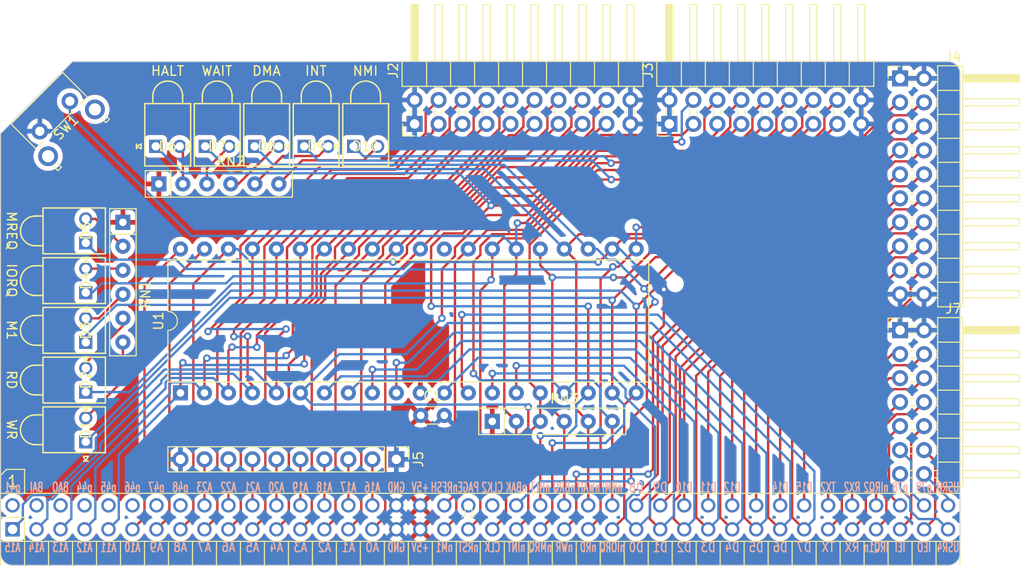
<source format=kicad_pcb>
(kicad_pcb (version 20221018) (generator pcbnew)
  (layers (0 "F.Cu" signal) (1 "In1.Cu" signal "Gnd.Cu") (2 "In2.Cu" signal "Vcc.Cu") (31 "B.Cu" signal) (34 "B.Paste" user) (35 "F.Paste" user) (36 "B.SilkS" user "B.Silkscreen") (37 "F.SilkS" user "F.Silkscreen") (38 "B.Mask" user) (39 "F.Mask" user) (44 "Edge.Cuts" user))
  (net 0 "")
  (net 1 "/USER3")
  (net 2 "/USER7")
  (net 3 "/USER2")
  (net 4 "/USER6")
  (net 5 "/USER1")
  (net 6 "/USER5")
  (net 7 "/D7")
  (net 8 "/D15")
  (net 9 "/D6")
  (net 10 "/D14")
  (net 11 "/D5")
  (net 12 "/D13")
  (net 13 "/D4")
  (net 14 "/D12")
  (net 15 "/D3")
  (net 16 "/D11")
  (net 17 "/D2")
  (net 18 "/D10")
  (net 19 "/D1")
  (net 20 "/D9")
  (net 21 "/D0")
  (net 22 "/D8")
  (net 23 "/~{IORQ}")
  (net 24 "/~{NMI}")
  (net 25 "/~{RD}")
  (net 26 "/~{WAIT}")
  (net 27 "/~{WR}")
  (net 28 "/~{BUSRQ}")
  (net 29 "/~{MREQ}")
  (net 30 "/~{HALT}")
  (net 31 "/~{INT}")
  (net 32 "/~{BUSACK}")
  (net 33 "/~{RESET}")
  (net 34 "/PAGE")
  (net 35 "/~{M1}")
  (net 36 "/~{RFSH}")
  (net 37 "/A0")
  (net 38 "/A16")
  (net 39 "/A1")
  (net 40 "/A17")
  (net 41 "/A2")
  (net 42 "/A18")
  (net 43 "/A3")
  (net 44 "/A19")
  (net 45 "/A4")
  (net 46 "/A20")
  (net 47 "/A5")
  (net 48 "/A21")
  (net 49 "/A6")
  (net 50 "/A22")
  (net 51 "/A7")
  (net 52 "/A23")
  (net 53 "/A8")
  (net 54 "/p48")
  (net 55 "/A9")
  (net 56 "/p47")
  (net 57 "/A10")
  (net 58 "/p46")
  (net 59 "/A11")
  (net 60 "/p45")
  (net 61 "/A12")
  (net 62 "/p44")
  (net 63 "/A13")
  (net 64 "/p43")
  (net 65 "/A14")
  (net 66 "/p42")
  (net 67 "/p41")
  (net 68 "/A15")
  (net 69 "/CLK")
  (net 70 "/CLK2")
  (net 71 "+5V")
  (net 72 "GND")
  (net 73 "Net-(D1-A)")
  (net 74 "Net-(D2-A)")
  (net 75 "Net-(D3-A)")
  (net 76 "Net-(D4-A)")
  (net 77 "Net-(D5-A)")
  (net 78 "Net-(D6-A)")
  (net 79 "Net-(D7-A)")
  (net 80 "Net-(D8-A)")
  (net 81 "Net-(D9-A)")
  (net 82 "Net-(D10-A)")
  (net 83 "/USER4")
  (net 84 "/USER8")
  (net 85 "/TX")
  (net 86 "/RX")
  (net 87 "/TX2")
  (net 88 "/RX2")
  (footprint "Connector_PinHeader_2.54mm:PinHeader_2x10_P2.54mm_Horizontal" (layer "F.Cu") (at 184.15 75.438)
    (fp_text reference "J4")
    (fp_text value "DATA")
  )
  (footprint "Package_DIP:DIP-40_W15.24mm" (layer "F.Cu") (at 107.95 108.745108 90)
    (fp_text reference "U1")
    (fp_text value "Z80CPU")
  )
  (footprint "Custom:LED_WP934CB&slash_GD_KNB" (layer "F.Cu") (at 115.810334 82.637234)
    (fp_text reference "D8")
    (fp_text value "LED")
  )
  (footprint "Connector_PinHeader_2.54mm:PinHeader_2x09_P2.54mm_Horizontal" (layer "F.Cu") (at 159.72071 80.264 90)
    (fp_text reference "J3")
    (fp_text value "CTRL")
  )
  (footprint "Button_Switch_THT:SW_Tactile_SPST_Angled_PTS645Vx31-2LFS" (layer "F.Cu") (at 93.057969 81.035305 45)
    (fp_text reference "SW1")
    (fp_text value "RESET")
  )
  (footprint "Custom:LED_WP934CB&slash_GD_KNB" (layer "F.Cu") (at 110.571384 82.637234)
    (fp_text reference "D7")
    (fp_text value "LED")
  )
  (footprint "Custom:RCBus-80" (layer "F.Cu") (at 138.43 121.92)
    (fp_text reference "J1")
    (fp_text value "RCBus-80")
  )
  (footprint "Connector_PinHeader_2.54mm:PinHeader_1x10_P2.54mm_Vertical" (layer "F.Cu") (at 130.81 115.776216 -90)
    (fp_text reference "J5")
    (fp_text value "A16_A23")
  )
  (footprint "Resistor_THT:R_Array_SIP6" (layer "F.Cu") (at 105.664 86.614)
    (fp_text reference "RN2")
    (fp_text value "1K")
  )
  (footprint "Custom:LED_WP934CB&slash_GD_KNB" (layer "F.Cu") (at 97.922801 103.3893 90)
    (fp_text reference "D3")
    (fp_text value "LED")
  )
  (footprint "Connector_PinHeader_2.54mm:PinHeader_2x07_P2.54mm_Horizontal" (layer "F.Cu") (at 184.15 102.103)
    (fp_text reference "J7")
    (fp_text value "USER")
  )
  (footprint "Custom:LED_WP934CB&slash_GD_KNB" (layer "F.Cu") (at 105.332434 82.637234)
    (fp_text reference "D6")
    (fp_text value "LED")
  )
  (footprint "Custom:LED_WP934CB&slash_GD_KNB" (layer "F.Cu") (at 97.922801 98.12445 90)
    (fp_text reference "D4")
    (fp_text value "LED")
  )
  (footprint "Resistor_THT:R_Array_SIP6" (layer "F.Cu") (at 101.854 90.678 -90)
    (fp_text reference "RN1")
    (fp_text value "1K")
  )
  (footprint "Custom:LED_WP934CB&slash_GD_KNB" (layer "F.Cu") (at 97.922801 113.919 90)
    (fp_text reference "D1")
    (fp_text value "LED")
  )
  (footprint "Resistor_THT:R_Array_SIP6" (layer "F.Cu") (at 140.97 111.76)
    (fp_text reference "RN3")
    (fp_text value "10K")
  )
  (footprint "Capacitor_THT:C_Disc_D3.0mm_W1.6mm_P2.50mm" (layer "F.Cu") (at 133.39 111.125)
    (fp_text reference "C1")
    (fp_text value "0.1uf")
  )
  (footprint "Custom:LED_WP934CB&slash_GD_KNB" (layer "F.Cu") (at 121.049284 82.637234)
    (fp_text reference "D9")
    (fp_text value "LED")
  )
  (footprint "Connector_PinHeader_2.54mm:PinHeader_2x10_P2.54mm_Horizontal" (layer "F.Cu") (at 132.741422 80.264 90)
    (fp_text reference "J2")
    (fp_text value "ADDR")
  )
  (footprint "Custom:LED_WP934CB&slash_GD_KNB" (layer "F.Cu") (at 97.922801 108.65415 90)
    (fp_text reference "D2")
    (fp_text value "LED")
  )
  (footprint "Custom:LED_WP934CB&slash_GD_KNB" (layer "F.Cu") (at 97.922801 92.8596 90)
    (fp_text reference "D5")
    (fp_text value "LED")
  )
  (footprint "Custom:LED_WP934CB&slash_GD_KNB" (layer "F.Cu") (at 126.288234 82.637234)
    (fp_text reference "D10")
    (fp_text value "LED")
  )
  (gr_arc (start 190.5 125.73) (mid 190.128026 126.628026) (end 189.23 127) (stroke (width 0.1)) (layer "Edge.Cuts"))
  (gr_line (start 88.9 125.73) (end 88.9 81.28) (stroke (width 0.1)) (layer "Edge.Cuts"))
  (gr_line (start 190.5 74.93) (end 190.5 125.73) (stroke (width 0.1)) (layer "Edge.Cuts"))
  (gr_arc (start 90.17 127) (mid 89.271974 126.628026) (end 88.9 125.73) (stroke (width 0.1)) (layer "Edge.Cuts"))
  (gr_line (start 96.52 73.66) (end 88.9 81.28) (stroke (width 0.1)) (layer "Edge.Cuts"))
  (gr_arc (start 189.23 73.66) (mid 190.128026 74.031974) (end 190.5 74.93) (stroke (width 0.1)) (layer "Edge.Cuts"))
  (gr_line (start 189.23 73.66) (end 96.52 73.66) (stroke (width 0.1)) (layer "Edge.Cuts"))
  (gr_line (start 189.23 127) (end 90.17 127) (stroke (width 0.1)) (layer "Edge.Cuts"))
  (gr_text "IORQ" (at 89.485155 94.943736 -90) (layer "F.SilkS") (effects (font (size 1 1)) (justify left bottom)))
  (gr_text "HALT" (at 104.739339 75.233167) (layer "F.SilkS") (effects (font (size 1 1)) (justify left bottom)))
  (gr_text "M1" (at 89.485155 100.946681 -90) (layer "F.SilkS") (effects (font (size 1 1)) (justify left bottom)))
  (gr_text "MREQ" (at 89.485155 89.416981 -90) (layer "F.SilkS") (effects (font (size 1 1)) (justify left bottom)))
  (gr_text "WAIT" (at 110.097337 75.233167) (layer "F.SilkS") (effects (font (size 1 1)) (justify left bottom)))
  (gr_text "RD" (at 89.485155 106.25915 -90) (layer "F.SilkS") (effects (font (size 1 1)) (justify left bottom)))
  (gr_text "WR" (at 89.485155 111.452572 -90) (layer "F.SilkS") (effects (font (size 1 1)) (justify left bottom)))
  (gr_text "NMI" (at 126.099901 75.233167) (layer "F.SilkS") (effects (font (size 1 1)) (justify left bottom)))
  (gr_text "DMA" (at 115.455334 75.233167) (layer "F.SilkS") (effects (font (size 1 1)) (justify left bottom)))
  (gr_text "INT" (at 121.051427 75.233167) (layer "F.SilkS") (effects (font (size 1 1)) (justify left bottom)))
  (segment (start 187.865 122.015) (end 187.865 115.978) (width 0.25) (layer "F.Cu") (net 1))
  (segment (start 187.865 115.978) (end 186.69 114.803) (width 0.25) (layer "F.Cu") (net 1))
  (segment (start 186.69 123.19) (end 187.865 122.015) (width 0.25) (layer "F.Cu") (net 1))
  (segment (start 185.325 115.978) (end 184.15 114.803) (width 0.25) (layer "B.Cu") (net 2))
  (segment (start 185.325 119.285) (end 185.325 115.978) (width 0.25) (layer "B.Cu") (net 2))
  (segment (start 186.69 120.65) (end 185.325 119.285) (width 0.25) (layer "B.Cu") (net 2))
  (segment (start 185.325 113.628) (end 185.325 122.015) (width 0.25) (layer "F.Cu") (net 3))
  (segment (start 186.69 112.263) (end 185.325 113.628) (width 0.25) (layer "F.Cu") (net 3))
  (segment (start 185.325 122.015) (end 184.15 123.19) (width 0.25) (layer "F.Cu") (net 3))
  (segment (start 182.975 113.438) (end 184.15 112.263) (width 0.25) (layer "F.Cu") (net 4))
  (segment (start 184.15 120.65) (end 182.975 119.475) (width 0.25) (layer "F.Cu") (net 4))
  (segment (start 182.975 119.475) (end 182.975 113.438) (width 0.25) (layer "F.Cu") (net 4))
  (segment (start 182.525 112.227946) (end 183.754946 110.998) (width 0.25) (layer "F.Cu") (net 5))
  (segment (start 181.61 123.19) (end 182.697 122.103) (width 0.25) (layer "F.Cu") (net 5))
  (segment (start 185.415 110.998) (end 186.69 109.723) (width 0.25) (layer "F.Cu") (net 5))
  (segment (start 183.754946 110.998) (end 185.415 110.998) (width 0.25) (layer "F.Cu") (net 5))
  (segment (start 182.697 122.103) (end 182.697 119.959) (width 0.25) (layer "F.Cu") (net 5))
  (segment (start 182.697 119.959) (end 182.525 119.787) (width 0.25) (layer "F.Cu") (net 5))
  (segment (start 182.525 119.787) (end 182.525 112.227946) (width 0.25) (layer "F.Cu") (net 5))
  (segment (start 181.61 112.263) (end 184.15 109.723) (width 0.25) (layer "F.Cu") (net 6))
  (segment (start 181.61 120.65) (end 181.61 112.263) (width 0.25) (layer "F.Cu") (net 6))
  (segment (start 172.72 121.92) (end 172.72 106.934) (width 0.25) (layer "F.Cu") (net 7))
  (segment (start 172.72 106.934) (end 183.896 95.758) (width 0.25) (layer "F.Cu") (net 7))
  (segment (start 173.99 123.19) (end 172.72 121.92) (width 0.25) (layer "F.Cu") (net 7))
  (segment (start 137.74 108.055108) (end 137.74 100.457) (width 0.25) (layer "F.Cu") (net 7))
  (segment (start 138.43 108.745108) (end 137.74 108.055108) (width 0.25) (layer "F.Cu") (net 7))
  (via (at 137.74 100.457) (size 0.8) (drill 0.4) (layers "F.Cu" "B.Cu") (net 7))
  (segment (start 173.99 123.19) (end 175.077 122.103) (width 0.25) (layer "B.Cu") (net 7))
  (segment (start 158.496 100.457) (end 137.74 100.457) (width 0.25) (layer "B.Cu") (net 7))
  (segment (start 175.077 117.038) (end 158.496 100.457) (width 0.25) (layer "B.Cu") (net 7))
  (segment (start 175.077 122.103) (end 175.077 117.038) (width 0.25) (layer "B.Cu") (net 7))
  (segment (start 173.99 110.054054) (end 185.261 98.783054) (width 0.25) (layer "F.Cu") (net 8))
  (segment (start 185.261 98.783054) (end 185.261 96.933) (width 0.25) (layer "F.Cu") (net 8))
  (segment (start 173.99 120.65) (end 173.99 110.054054) (width 0.25) (layer "F.Cu") (net 8))
  (segment (start 185.261 96.933) (end 186.436 95.758) (width 0.25) (layer "F.Cu") (net 8))
  (segment (start 170.18 121.92) (end 170.18 106.934) (width 0.25) (layer "F.Cu") (net 9))
  (segment (start 171.45 123.19) (end 170.18 121.92) (width 0.25) (layer "F.Cu") (net 9))
  (segment (start 170.18 106.934) (end 183.896 93.218) (width 0.25) (layer "F.Cu") (net 9))
  (segment (start 130.81 105.543) (end 130.81 108.745108) (width 0.25) (layer "F.Cu") (net 9))
  (via (at 130.81 105.543) (size 0.8) (drill 0.4) (layers "F.Cu" "B.Cu") (net 9))
  (segment (start 130.81 105.543) (end 132.074 105.543) (width 0.25) (layer "B.Cu") (net 9))
  (segment (start 157.861 101.346) (end 172.537 116.022) (width 0.25) (layer "B.Cu") (net 9))
  (segment (start 172.537 116.022) (end 172.537 122.103) (width 0.25) (layer "B.Cu") (net 9))
  (segment (start 172.537 122.103) (end 171.45 123.19) (width 0.25) (layer "B.Cu") (net 9))
  (segment (start 132.074 105.543) (end 136.271 101.346) (width 0.25) (layer "B.Cu") (net 9))
  (segment (start 136.271 101.346) (end 157.861 101.346) (width 0.25) (layer "B.Cu") (net 9))
  (segment (start 185.265656 94.388344) (end 186.436 93.218) (width 0.25) (layer "F.Cu") (net 10))
  (segment (start 171.45 106.543946) (end 183.605602 94.388344) (width 0.25) (layer "F.Cu") (net 10))
  (segment (start 183.605602 94.388344) (end 185.265656 94.388344) (width 0.25) (layer "F.Cu") (net 10))
  (segment (start 171.45 120.65) (end 171.45 106.543946) (width 0.25) (layer "F.Cu") (net 10))
  (segment (start 168.91 123.19) (end 167.64 121.92) (width 0.25) (layer "F.Cu") (net 11))
  (segment (start 167.64 121.92) (end 167.64 106.934) (width 0.25) (layer "F.Cu") (net 11))
  (segment (start 128.27 106.2675) (end 128.27 108.745108) (width 0.25) (layer "F.Cu") (net 11))
  (segment (start 167.64 106.934) (end 183.896 90.678) (width 0.25) (layer "F.Cu") (net 11))
  (via (at 128.27 106.2675) (size 0.8) (drill 0.4) (layers "F.Cu" "B.Cu") (net 11))
  (segment (start 169.997 122.103) (end 168.91 123.19) (width 0.25) (layer "B.Cu") (net 11))
  (segment (start 169.997 115.133) (end 169.997 122.103) (width 0.25) (layer "B.Cu") (net 11))
  (segment (start 136.906 102.362) (end 157.226 102.362) (width 0.25) (layer "B.Cu") (net 11))
  (segment (start 157.226 102.362) (end 169.997 115.133) (width 0.25) (layer "B.Cu") (net 11))
  (segment (start 128.27 106.2675) (end 133.0005 106.2675) (width 0.25) (layer "B.Cu") (net 11))
  (segment (start 133.0005 106.2675) (end 136.906 102.362) (width 0.25) (layer "B.Cu") (net 11))
  (segment (start 168.91 120.65) (end 168.91 106.426) (width 0.25) (layer "F.Cu") (net 12))
  (segment (start 185.265656 91.848344) (end 186.436 90.678) (width 0.25) (layer "F.Cu") (net 12))
  (segment (start 183.487656 91.848344) (end 185.265656 91.848344) (width 0.25) (layer "F.Cu") (net 12))
  (segment (start 168.91 106.426) (end 183.487656 91.848344) (width 0.25) (layer "F.Cu") (net 12))
  (segment (start 165.1 121.92) (end 165.1 106.934) (width 0.25) (layer "F.Cu") (net 13))
  (segment (start 165.1 106.934) (end 183.896 88.138) (width 0.25) (layer "F.Cu") (net 13))
  (segment (start 166.37 123.19) (end 165.1 121.92) (width 0.25) (layer "F.Cu") (net 13))
  (segment (start 133.9905 106.992) (end 124.943108 106.992) (width 0.25) (layer "B.Cu") (net 13))
  (segment (start 156.591 103.251) (end 137.7315 103.251) (width 0.25) (layer "B.Cu") (net 13))
  (segment (start 167.457 114.117) (end 156.591 103.251) (width 0.25) (layer "B.Cu") (net 13))
  (segment (start 167.457 122.103) (end 167.457 114.117) (width 0.25) (layer "B.Cu") (net 13))
  (segment (start 124.943108 106.992) (end 123.19 108.745108) (width 0.25) (layer "B.Cu") (net 13))
  (segment (start 166.37 123.19) (end 167.457 122.103) (width 0.25) (layer "B.Cu") (net 13))
  (segment (start 137.7315 103.251) (end 133.9905 106.992) (width 0.25) (layer "B.Cu") (net 13))
  (segment (start 185.265656 89.308344) (end 186.436 88.138) (width 0.25) (layer "F.Cu") (net 14))
  (segment (start 183.605602 89.308344) (end 185.265656 89.308344) (width 0.25) (layer "F.Cu") (net 14))
  (segment (start 166.37 120.65) (end 166.37 106.543946) (width 0.25) (layer "F.Cu") (net 14))
  (segment (start 166.37 106.543946) (end 183.605602 89.308344) (width 0.25) (layer "F.Cu") (net 14))
  (segment (start 162.56 121.92) (end 162.56 106.934) (width 0.25) (layer "F.Cu") (net 15))
  (segment (start 163.83 123.19) (end 162.56 121.92) (width 0.25) (layer "F.Cu") (net 15))
  (segment (start 162.56 106.934) (end 183.896 85.598) (width 0.25) (layer "F.Cu") (net 15))
  (segment (start 156.083 104.14) (end 138.557 104.14) (width 0.25) (layer "B.Cu") (net 15))
  (segment (start 138.557 104.14) (end 135.255 107.442) (width 0.25) (layer "B.Cu") (net 15))
  (segment (start 127.033108 107.442) (end 125.73 108.745108) (width 0.25) (layer "B.Cu") (net 15))
  (segment (start 163.83 123.19) (end 164.917 122.103) (width 0.25) (layer "B.Cu") (net 15))
  (segment (start 164.917 112.974) (end 156.083 104.14) (width 0.25) (layer "B.Cu") (net 15))
  (segment (start 164.917 122.103) (end 164.917 112.974) (width 0.25) (layer "B.Cu") (net 15))
  (segment (start 135.255 107.442) (end 127.033108 107.442) (width 0.25) (layer "B.Cu") (net 15))
  (segment (start 183.505946 86.868) (end 185.166 86.868) (width 0.25) (layer "F.Cu") (net 16))
  (segment (start 185.166 86.868) (end 186.436 85.598) (width 0.25) (layer "F.Cu") (net 16))
  (segment (start 163.83 120.65) (end 163.83 106.543946) (width 0.25) (layer "F.Cu") (net 16))
  (segment (start 163.83 106.543946) (end 183.505946 86.868) (width 0.25) (layer "F.Cu") (net 16))
  (segment (start 160.84 106.114) (end 183.896 83.058) (width 0.25) (layer "F.Cu") (net 17))
  (segment (start 160.84 119.569526) (end 160.84 106.114) (width 0.25) (layer "F.Cu") (net 17))
  (segment (start 160.203 122.103) (end 160.203 120.206526) (width 0.25) (layer "F.Cu") (net 17))
  (segment (start 160.203 120.206526) (end 160.84 119.569526) (width 0.25) (layer "F.Cu") (net 17))
  (segment (start 161.29 123.19) (end 160.203 122.103) (width 0.25) (layer "F.Cu") (net 17))
  (segment (start 139.446 105.029) (end 135.89 108.585) (width 0.25) (layer "B.Cu") (net 17))
  (segment (start 161.29 123.19) (end 162.377 122.103) (width 0.25) (layer "B.Cu") (net 17))
  (segment (start 162.377 122.103) (end 162.377 111.831) (width 0.25) (layer "B.Cu") (net 17))
  (segment (start 155.575 105.029) (end 139.446 105.029) (width 0.25) (layer "B.Cu") (net 17))
  (segment (start 162.377 111.831) (end 155.575 105.029) (width 0.25) (layer "B.Cu") (net 17))
  (segment (start 135.89 108.585) (end 135.89 108.745108) (width 0.25) (layer "B.Cu") (net 17))
  (segment (start 183.605602 84.228344) (end 185.265656 84.228344) (width 0.25) (layer "F.Cu") (net 18))
  (segment (start 161.29 120.65) (end 161.29 106.543946) (width 0.25) (layer "F.Cu") (net 18))
  (segment (start 161.29 106.543946) (end 183.605602 84.228344) (width 0.25) (layer "F.Cu") (net 18))
  (segment (start 185.265656 84.228344) (end 186.436 83.058) (width 0.25) (layer "F.Cu") (net 18))
  (segment (start 159.766 104.648) (end 183.896 80.518) (width 0.25) (layer "F.Cu") (net 19))
  (segment (start 158.75 123.19) (end 157.663 122.103) (width 0.25) (layer "F.Cu") (net 19))
  (segment (start 157.663 122.103) (end 157.663 120.206526) (width 0.25) (layer "F.Cu") (net 19))
  (segment (start 143.51 105.863732) (end 143.51 108.745108) (width 0.25) (layer "F.Cu") (net 19))
  (segment (start 157.663 120.206526) (end 159.766 118.103526) (width 0.25) (layer "F.Cu") (net 19))
  (segment (start 159.766 118.103526) (end 159.766 104.648) (width 0.25) (layer "F.Cu") (net 19))
  (via (at 143.51 105.863732) (size 0.8) (drill 0.4) (layers "F.Cu" "B.Cu") (net 19))
  (segment (start 160.203 111.15423) (end 160.203 121.737) (width 0.25) (layer "B.Cu") (net 19))
  (segment (start 154.912502 105.863732) (end 160.203 111.15423) (width 0.25) (layer "B.Cu") (net 19))
  (segment (start 160.203 121.737) (end 158.75 123.19) (width 0.25) (layer "B.Cu") (net 19))
  (segment (start 143.51 105.863732) (end 154.912502 105.863732) (width 0.25) (layer "B.Cu") (net 19))
  (segment (start 158.75 120.65) (end 160.39 119.01) (width 0.25) (layer "F.Cu") (net 20))
  (segment (start 160.39 119.01) (end 160.39 104.903946) (width 0.25) (layer "F.Cu") (net 20))
  (segment (start 160.39 104.903946) (end 183.40629 81.887656) (width 0.25) (layer "F.Cu") (net 20))
  (segment (start 183.40629 81.887656) (end 185.066344 81.887656) (width 0.25) (layer "F.Cu") (net 20))
  (segment (start 185.066344 81.887656) (end 186.436 80.518) (width 0.25) (layer "F.Cu") (net 20))
  (segment (start 140.97 106.68) (end 140.97 108.745108) (width 0.25) (layer "F.Cu") (net 21))
  (segment (start 156.545832 119.293022) (end 156.283804 119.293022) (width 0.25) (layer "F.Cu") (net 21))
  (segment (start 158.496 117.342854) (end 156.545832 119.293022) (width 0.25) (layer "F.Cu") (net 21))
  (segment (start 183.896 77.978) (end 158.496 103.378) (width 0.25) (layer "F.Cu") (net 21))
  (segment (start 158.496 103.378) (end 158.496 117.342854) (width 0.25) (layer "F.Cu") (net 21))
  (via (at 140.97 106.68) (size 0.8) (drill 0.4) (layers "F.Cu" "B.Cu") (net 21))
  (via (at 156.283804 119.293022) (size 0.8) (drill 0.4) (layers "F.Cu" "B.Cu") (net 21))
  (segment (start 156.21 123.19) (end 157.663 121.737) (width 0.25) (layer "B.Cu") (net 21))
  (segment (start 156.21 123.19) (end 155.123 122.103) (width 0.25) (layer "B.Cu") (net 21))
  (segment (start 158.190549 117.648305) (end 158.190549 112.309535) (width 0.25) (layer "B.Cu") (net 21))
  (segment (start 153.416 106.68) (end 140.97 106.68) (width 0.25) (layer "B.Cu") (net 21))
  (segment (start 155.085 108.349) (end 153.416 106.68) (width 0.25) (layer "B.Cu") (net 21))
  (segment (start 155.085 109.203986) (end 155.085 108.349) (width 0.25) (layer "B.Cu") (net 21))
  (segment (start 155.123 122.103) (end 155.123 120.206526) (width 0.25) (layer "B.Cu") (net 21))
  (segment (start 157.663 121.737) (end 157.663 118.175854) (width 0.25) (layer "B.Cu") (net 21))
  (segment (start 157.663 118.175854) (end 158.190549 117.648305) (width 0.25) (layer "B.Cu") (net 21))
  (segment (start 156.036504 119.293022) (end 156.283804 119.293022) (width 0.25) (layer "B.Cu") (net 21))
  (segment (start 155.123 120.206526) (end 156.036504 119.293022) (width 0.25) (layer "B.Cu") (net 21))
  (segment (start 158.190549 112.309535) (end 155.085 109.203986) (width 0.25) (layer "B.Cu") (net 21))
  (segment (start 159.004 103.749946) (end 159.004 117.856) (width 0.25) (layer "F.Cu") (net 22))
  (segment (start 183.40629 79.347656) (end 159.004 103.749946) (width 0.25) (layer "F.Cu") (net 22))
  (segment (start 185.066344 79.347656) (end 183.40629 79.347656) (width 0.25) (layer "F.Cu") (net 22))
  (segment (start 186.436 77.978) (end 185.066344 79.347656) (width 0.25) (layer "F.Cu") (net 22))
  (segment (start 159.004 117.856) (end 156.21 120.65) (width 0.25) (layer "F.Cu") (net 22))
  (segment (start 156.21 108.745108) (end 154.94 110.015108) (width 0.25) (layer "F.Cu") (net 23))
  (segment (start 177.50071 80.264) (end 162.38771 95.377) (width 0.25) (layer "F.Cu") (net 23))
  (segment (start 162.38771 95.377) (end 160.518669 95.377) (width 0.25) (layer "F.Cu") (net 23))
  (segment (start 156.21 108.745108) (end 156.21 99.56801) (width 0.25) (layer "F.Cu") (net 23))
  (segment (start 156.21 99.56801) (end 156.20999 99.568) (width 0.25) (layer "F.Cu") (net 23))
  (segment (start 154.94 121.92) (end 153.67 123.19) (width 0.25) (layer "F.Cu") (net 23))
  (segment (start 160.518669 95.377) (end 156.327669 99.568) (width 0.25) (layer "F.Cu") (net 23))
  (segment (start 156.327669 99.568) (end 156.20999 99.568) (width 0.25) (layer "F.Cu") (net 23))
  (segment (start 154.94 110.015108) (end 154.94 121.92) (width 0.25) (layer "F.Cu") (net 23))
  (via (at 156.20999 99.568) (size 0.8) (drill 0.4) (layers "F.Cu" "B.Cu") (net 23))
  (segment (start 97.922801 108.65415) (end 102.551255 108.65415) (width 0.25) (layer "B.Cu") (net 23))
  (segment (start 102.551255 108.65415) (end 113.288405 97.917) (width 0.25) (layer "B.Cu") (net 23))
  (segment (start 154.55899 97.917) (end 156.20999 99.568) (width 0.25) (layer "B.Cu") (net 23))
  (segment (start 113.288405 97.917) (end 154.55899 97.917) (width 0.25) (layer "B.Cu") (net 23))
  (segment (start 153.633008 84.328) (end 153.543008 84.418) (width 0.25) (layer "F.Cu") (net 24))
  (segment (start 162.433 84.328) (end 153.633008 84.328) (width 0.25) (layer "F.Cu") (net 24))
  (segment (start 139.715856 93.175374) (end 140.961122 91.930108) (width 0.25) (layer "F.Cu") (net 24))
  (segment (start 138.9755 106.683614) (end 138.9755 94.863212) (width 0.25) (layer "F.Cu") (net 24))
  (segment (start 139.715856 94.122856) (end 139.715856 93.175374) (width 0.25) (layer "F.Cu") (net 24))
  (segment (start 167.34071 77.724) (end 166.16571 78.899) (width 0.25) (layer "F.Cu") (net 24))
  (segment (start 144.577294 91.930108) (end 152.089402 84.418) (width 0.25) (layer "F.Cu") (net 24))
  (segment (start 166.16571 80.59529) (end 162.433 84.328) (width 0.25) (layer "F.Cu") (net 24))
  (segment (start 138.9755 94.863212) (end 139.715856 94.122856) (width 0.25) (layer "F.Cu") (net 24))
  (segment (start 153.67 111.76) (end 153.67 120.65) (width 0.25) (layer "F.Cu") (net 24))
  (segment (start 152.089402 84.418) (end 153.543008 84.418) (width 0.25) (layer "F.Cu") (net 24))
  (segment (start 166.16571 78.899) (end 166.16571 80.59529) (width 0.25) (layer "F.Cu") (net 24))
  (segment (start 140.961122 91.930108) (end 144.577294 91.930108) (width 0.25) (layer "F.Cu") (net 24))
  (via (at 153.543008 84.418) (size 0.8) (drill 0.4) (layers "F.Cu" "B.Cu") (net 24))
  (via (at 138.9755 106.683614) (size 0.8) (drill 0.4) (layers "F.Cu" "B.Cu") (net 24))
  (segment (start 126.288234 82.637234) (end 127.34 83.689) (width 0.25) (layer "B.Cu") (net 24))
  (segment (start 152.814008 83.689) (end 153.543008 84.418) (width 0.25) (layer "B.Cu") (net 24))
  (segment (start 147.249892 107.405) (end 139.696886 107.405) (width 0.25) (layer "B.Cu") (net 24))
  (segment (start 152.4 110.49) (end 153.67 111.76) (width 0.25) (layer "B.Cu") (net 24))
  (segment (start 127.34 83.689) (end 152.814008 83.689) (width 0.25) (layer "B.Cu") (net 24))
  (segment (start 152.4 108.204) (end 152.4 110.49) (width 0.25) (layer "B.Cu") (net 24))
  (segment (start 149.893108 107.442) (end 151.638 107.442) (width 0.25) (layer "B.Cu") (net 24))
  (segment (start 148.59 108.745108) (end 149.893108 107.442) (width 0.25) (layer "B.Cu") (net 24))
  (segment (start 139.696886 107.405) (end 138.9755 106.683614) (width 0.25) (layer "B.Cu") (net 24))
  (segment (start 151.638 107.442) (end 152.4 108.204) (width 0.25) (layer "B.Cu") (net 24))
  (segment (start 148.59 108.745108) (end 147.249892 107.405) (width 0.25) (layer "B.Cu") (net 24))
  (segment (start 152.437 121.883) (end 152.437 96.701041) (width 0.25) (layer "F.Cu") (net 25))
  (segment (start 156.21 93.505108) (end 154.320685 95.394423) (width 0.25) (layer "F.Cu") (net 25))
  (segment (start 152.437 96.701041) (end 153.743618 95.394423) (width 0.25) (layer "F.Cu") (net 25))
  (segment (start 154.320685 95.394423) (end 153.743618 95.394423) (width 0.25) (layer "F.Cu") (net 25))
  (segment (start 151.13 123.19) (end 152.437 121.883) (width 0.25) (layer "F.Cu") (net 25))
  (segment (start 169.88071 80.264) (end 158.939602 91.205108) (width 0.25) (layer "F.Cu") (net 25))
  (segment (start 158.939602 91.205108) (end 156.209994 91.205108) (width 0.25) (layer "F.Cu") (net 25))
  (via (at 156.209994 91.205108) (size 0.8) (drill 0.4) (layers "F.Cu" "B.Cu") (net 25))
  (via (at 153.743618 95.394423) (size 0.8) (drill 0.4) (layers "F.Cu" "B.Cu") (net 25))
  (segment (start 156.21 93.505108) (end 156.21 91.205114) (width 0.25) (layer "B.Cu") (net 25))
  (segment (start 97.922801 98.12445) (end 98.621301 98.12445) (width 0.25) (layer "B.Cu") (net 25))
  (segment (start 131.446396 96.393) (end 132.171396 95.668) (width 0.25) (layer "B.Cu") (net 25))
  (segment (start 153.470041 95.668) (end 153.743618 95.394423) (width 0.25) (layer "B.Cu") (net 25))
  (segment (start 113.539613 96.393) (end 131.446396 96.393) (width 0.25) (layer "B.Cu") (net 25))
  (segment (start 98.621301 98.12445) (end 99.601751 97.144) (width 0.25) (layer "B.Cu") (net 25))
  (segment (start 112.788613 97.144) (end 113.539613 96.393) (width 0.25) (layer "B.Cu") (net 25))
  (segment (start 156.21 91.205114) (end 156.209994 91.205108) (width 0.25) (layer "B.Cu") (net 25))
  (segment (start 99.601751 97.144) (end 112.788613 97.144) (width 0.25) (layer "B.Cu") (net 25))
  (segment (start 132.171396 95.668) (end 153.470041 95.668) (width 0.25) (layer "B.Cu") (net 25))
  (segment (start 151.782892 91.930108) (end 150.165 91.930108) (width 0.25) (layer "F.Cu") (net 26))
  (segment (start 149.86 94.775108) (end 148.59 93.505108) (width 0.25) (layer "F.Cu") (net 26))
  (segment (start 150.165 91.930108) (end 148.59 93.505108) (width 0.25) (layer "F.Cu") (net 26))
  (segment (start 151.782892 91.930108) (end 151.765 91.948) (width 0.25) (layer "F.Cu") (net 26))
  (segment (start 171.05571 79.089) (end 171.05571 80.78529) (width 0.25) (layer "F.Cu") (net 26))
  (segment (start 151.13 111.76) (end 149.86 110.49) (width 0.25) (layer "F.Cu") (net 26))
  (segment (start 159.910892 91.930108) (end 151.782892 91.930108) (width 0.25) (layer "F.Cu") (net 26))
  (segment (start 151.13 111.76) (end 151.13 120.65) (width 0.25) (layer "F.Cu") (net 26))
  (segment (start 172.42071 77.724) (end 171.05571 79.089) (width 0.25) (layer "F.Cu") (net 26))
  (segment (start 149.86 110.49) (end 149.86 94.775108) (width 0.25) (layer "F.Cu") (net 26))
  (segment (start 171.05571 80.78529) (end 159.910892 91.930108) (width 0.25) (layer "F.Cu") (net 26))
  (segment (start 112.97315 85.039) (end 140.123892 85.039) (width 0.25) (layer "B.Cu") (net 26))
  (segment (start 110.571384 82.637234) (end 112.97315 85.039) (width 0.25) (layer "B.Cu") (net 26))
  (segment (start 140.123892 85.039) (end 148.59 93.505108) (width 0.25) (layer "B.Cu") (net 26))
  (segment (start 157.988 102.743) (end 159.131 101.6) (width 0.25) (layer "F.Cu") (net 27))
  (segment (start 154.795 92.380108) (end 153.67 93.505108) (width 0.25) (layer "F.Cu") (net 27))
  (segment (start 160.304602 92.380108) (end 154.795 92.380108) (width 0.25) (layer "F.Cu") (net 27))
  (segment (start 157.988 116.825549) (end 157.988 102.743) (width 0.25) (layer "F.Cu") (net 27))
  (segment (start 153.67 93.505108) (end 152.288028 94.88708) (width 0.25) (layer "F.Cu") (net 27))
  (segment (start 152.288028 94.88708) (end 152.174795 94.88708) (width 0.25) (layer "F.Cu") (net 27))
  (segment (start 157.465549 117.348) (end 157.988 116.825549) (width 0.25) (layer "F.Cu") (net 27))
  (segment (start 149.86 121.92) (end 148.59 123.19) (width 0.25) (layer "F.Cu") (net 27))
  (segment (start 149.86 117.348) (end 149.86 121.92) (width 0.25) (layer "F.Cu") (net 27))
  (segment (start 159.131 101.6) (end 159.131 97.79) (width 0.25) (layer "F.Cu") (net 27))
  (segment (start 172.42071 80.264) (end 160.304602 92.380108) (width 0.25) (layer "F.Cu") (net 27))
  (via (at 149.86 117.348) (size 0.8) (drill 0.4) (layers "F.Cu" "B.Cu") (net 27))
  (via (at 157.465549 117.348) (size 0.8) (drill 0.4) (layers "F.Cu" "B.Cu") (net 27))
  (via (at 152.174795 94.88708) (size 0.8) (drill 0.4) (layers "F.Cu" "B.Cu") (net 27))
  (via (at 159.131 97.79) (size 0.8) (drill 0.4) (layers "F.Cu" "B.Cu") (net 27))
  (segment (start 132.31592 94.88708) (end 152.174795 94.88708) (width 0.25) (layer "B.Cu") (net 27))
  (segment (start 107.494014 94.633) (end 108.478829 95.617815) (width 0.25) (layer "B.Cu") (net 27))
  (segment (start 149.86 117.348) (end 157.465549 117.348) (width 0.25) (layer "B.Cu") (net 27))
  (segment (start 97.922801 92.8596) (end 99.696201 94.633) (width 0.25) (layer "B.Cu") (net 27))
  (segment (start 108.478829 95.617815) (end 131.585185 95.617815) (width 0.25) (layer "B.Cu") (net 27))
  (segment (start 158.754892 97.79) (end 159.131 97.79) (width 0.25) (layer "B.Cu") (net 27))
  (segment (start 154.47 93.505108) (end 158.754892 97.79) (width 0.25) (layer "B.Cu") (net 27))
  (segment (start 131.585185 95.617815) (end 132.31592 94.88708) (width 0.25) (layer "B.Cu") (net 27))
  (segment (start 99.696201 94.633) (end 107.494014 94.633) (width 0.25) (layer "B.Cu") (net 27))
  (segment (start 153.67 93.505108) (end 154.47 93.505108) (width 0.25) (layer "B.Cu") (net 27))
  (segment (start 147.319991 110.489991) (end 147.319991 96.520009) (width 0.25) (layer "F.Cu") (net 28))
  (segment (start 155.056299 96.52) (end 153.797 96.52) (width 0.25) (layer "F.Cu") (net 28))
  (segment (start 160.47 93.911) (end 157.665299 93.911) (width 0.25) (layer "F.Cu") (net 28))
  (segment (start 157.665299 93.911) (end 155.056299 96.52) (width 0.25) (layer "F.Cu") (net 28))
  (segment (start 148.59 111.76) (end 147.319991 110.489991) (width 0.25) (layer "F.Cu") (net 28))
  (segment (start 174.96071 77.724) (end 173.78571 78.899) (width 0.25) (layer "F.Cu") (net 28))
  (segment (start 173.78571 78.899) (end 173.78571 80.59529) (width 0.25) (layer "F.Cu") (net 28))
  (segment (start 148.59 111.76) (end 148.59 120.65) (width 0.25) (layer "F.Cu") (net 28))
  (segment (start 173.78571 80.59529) (end 160.47 93.911) (width 0.25) (layer "F.Cu") (net 28))
  (segment (start 146.05 95.250018) (end 147.319991 96.520009) (width 0.25) (layer "F.Cu") (net 28))
  (segment (start 146.05 93.505108) (end 146.05 95.250018) (width 0.25) (layer "F.Cu") (net 28))
  (via (at 153.797 96.52) (size 0.8) (drill 0.4) (layers "F.Cu" "B.Cu") (net 28))
  (via (at 147.319991 96.520009) (size 0.8) (drill 0.4) (layers "F.Cu" "B.Cu") (net 28))
  (segment (start 147.319991 96.520009) (end 153.796991 96.520009) (width 0.25) (layer "B.Cu") (net 28))
  (segment (start 153.796991 96.520009) (end 153.797 96.52) (width 0.25) (layer "B.Cu") (net 28))
  (segment (start 147.32 114.046) (end 147.32 121.92) (width 0.25) (layer "F.Cu") (net 29))
  (segment (start 160.86371 94.361) (end 158.242 94.361) (width 0.25) (layer "F.Cu") (net 29))
  (segment (start 147.32 121.92) (end 146.05 123.19) (width 0.25) (layer "F.Cu") (net 29))
  (segment (start 153.67 108.745108) (end 153.67 98.933) (width 0.25) (layer "F.Cu") (net 29))
  (segment (start 158.242 94.361) (end 153.67 98.933) (width 0.25) (layer "F.Cu") (net 29))
  (segment (start 174.96071 80.264) (end 160.86371 94.361) (width 0.25) (layer "F.Cu") (net 29))
  (via (at 147.32 114.046) (size 0.8) (drill 0.4) (layers "F.Cu" "B.Cu") (net 29))
  (via (at 153.67 98.933) (size 0.8) (drill 0.4) (layers "F.Cu" "B.Cu") (net 29))
  (segment (start 97.922801 113.919) (end 113.162801 98.679) (width 0.25) (layer "B.Cu") (net 29))
  (segment (start 154.94 110.015108) (end 153.67 108.745108) (width 0.25) (layer "B.Cu") (net 29))
  (segment (start 153.416 98.679) (end 153.67 98.933) (width 0.25) (layer "B.Cu") (net 29))
  (segment (start 152.967878 114.046) (end 154.94 112.073878) (width 0.25) (layer "B.Cu") (net 29))
  (segment (start 154.94 112.073878) (end 154.94 110.015108) (width 0.25) (layer "B.Cu") (net 29))
  (segment (start 147.32 114.046) (end 152.967878 114.046) (width 0.25) (layer "B.Cu") (net 29))
  (segment (start 113.162801 98.679) (end 153.416 98.679) (width 0.25) (layer "B.Cu") (net 29))
  (segment (start 135.857 91.854) (end 137.842067 91.854) (width 0.25) (layer "F.Cu") (net 30))
  (segment (start 146.05 120.65) (end 146.05 113.284) (width 0.25) (layer "F.Cu") (net 30))
  (segment (start 152.441919 81.439) (end 144.980919 88.9) (width 0.25) (layer "F.Cu") (net 30))
  (segment (start 162.26071 80.264) (end 161.08571 81.439) (width 0.25) (layer "F.Cu") (net 30))
  (segment (start 140.796067 88.9) (end 140.843 88.9) (width 0.25) (layer "F.Cu") (net 30))
  (segment (start 151.13 108.745108) (end 151.13 99.568004) (width 0.25) (layer "F.Cu") (net 30))
  (segment (start 137.842067 91.854) (end 140.796067 88.9) (width 0.25) (layer "F.Cu") (net 30))
  (segment (start 134.493 99.567996) (end 134.493 93.218) (width 0.25) (layer "F.Cu") (net 30))
  (segment (start 144.980919 88.9) (end 140.843 88.9) (width 0.25) (layer "F.Cu") (net 30))
  (segment (start 161.08571 81.439) (end 152.441919 81.439) (width 0.25) (layer "F.Cu") (net 30))
  (segment (start 134.493 93.218) (end 135.857 91.854) (width 0.25) (layer "F.Cu") (net 30))
  (via (at 151.13 99.568004) (size 0.8) (drill 0.4) (layers "F.Cu" "B.Cu") (net 30))
  (via (at 140.843 88.9) (size 0.8) (drill 0.4) (layers "F.Cu" "B.Cu") (net 30))
  (via (at 134.493 99.567996) (size 0.8) (drill 0.4) (layers "F.Cu" "B.Cu") (net 30))
  (via (at 146.05 113.284) (size 0.8) (drill 0.4) (layers "F.Cu" "B.Cu") (net 30))
  (segment (start 148.844 113.284) (end 146.05 113.284) (width 0.25) (layer "B.Cu") (net 30))
  (segment (start 134.493008 99.568004) (end 134.493 99.567996) (width 0.25) (layer "B.Cu") (net 30))
  (segment (start 105.332434 82.637234) (end 108.1842 85.489) (width 0.25) (layer "B.Cu") (net 30))
  (segment (start 151.13 108.745108) (end 149.86 110.015108) (width 0.25) (layer "B.Cu") (net 30))
  (segment (start 149.86 110.015108) (end 149.86 112.268) (width 0.25) (layer "B.Cu") (net 30))
  (segment (start 137.432 85.489) (end 140.843 88.9) (width 0.25) (layer "B.Cu") (net 30))
  (segment (start 149.86 112.268) (end 148.844 113.284) (width 0.25) (layer "B.Cu") (net 30))
  (segment (start 108.1842 85.489) (end 137.432 85.489) (width 0.25) (layer "B.Cu") (net 30))
  (segment (start 151.13 99.568004) (end 134.493008 99.568004) (width 0.25) (layer "B.Cu") (net 30))
  (segment (start 146.05 111.76) (end 144.78 113.03) (width 0.25) (layer "F.Cu") (net 31))
  (segment (start 144.925 93.04623) (end 151.817572 86.153658) (width 0.25) (layer "F.Cu") (net 31))
  (segment (start 151.817572 86.153658) (end 153.56769 86.153658) (width 0.25) (layer "F.Cu") (net 31))
  (segment (start 168.51571 79.089) (end 168.51571 80.78529) (width 0.25) (layer "F.Cu") (net 31))
  (segment (start 169.88071 77.724) (end 168.51571 79.089) (width 0.25) (layer "F.Cu") (net 31))
  (segment (start 144.925 107.620108) (end 144.925 93.04623) (width 0.25) (layer "F.Cu") (net 31))
  (segment (start 144.78 121.92) (end 143.51 123.19) (width 0.25) (layer "F.Cu") (net 31))
  (segment (start 144.78 113.03) (end 144.78 121.92) (width 0.25) (layer "F.Cu") (net 31))
  (segment (start 168.51571 80.78529) (end 163.147342 86.153658) (width 0.25) (layer "F.Cu") (net 31))
  (segment (start 163.147342 86.153658) (end 153.56769 86.153658) (width 0.25) (layer "F.Cu") (net 31))
  (segment (start 146.05 108.745108) (end 146.05 111.76) (width 0.25) (layer "F.Cu") (net 31))
  (segment (start 146.05 108.745108) (end 144.925 107.620108) (width 0.25) (layer "F.Cu") (net 31))
  (via (at 153.56769 86.153658) (size 0.8) (drill 0.4) (layers "F.Cu" "B.Cu") (net 31))
  (segment (start 122.55105 84.139) (end 151.553032 84.139) (width 0.25) (layer "B.Cu") (net 31))
  (segment (start 121.049284 82.637234) (end 122.55105 84.139) (width 0.25) (layer "B.Cu") (net 31))
  (segment (start 151.553032 84.139) (end 153.56769 86.153658) (width 0.25) (layer "B.Cu") (net 31))
  (segment (start 157.335 99.980493) (end 158.1987 99.116793) (width 0.25) (layer "F.Cu") (net 32))
  (segment (start 177.50071 77.724) (end 176.13571 79.089) (width 0.25) (layer "F.Cu") (net 32))
  (segment (start 176.13571 79.089) (end 176.13571 80.749054) (width 0.25) (layer "F.Cu") (net 32))
  (segment (start 159.835 94.927) (end 157.040152 97.721848) (width 0.25) (layer "F.Cu") (net 32))
  (segment (start 176.13571 80.749054) (end 161.957764 94.927) (width 0.25) (layer "F.Cu") (net 32))
  (segment (start 161.957764 94.927) (end 159.835 94.927) (width 0.25) (layer "F.Cu") (net 32))
  (segment (start 155.6645 118.0725) (end 155.6645 111.5435) (width 0.25) (layer "F.Cu") (net 32))
  (segment (start 155.6645 111.5435) (end 157.335 109.873) (width 0.25) (layer "F.Cu") (net 32))
  (segment (start 157.335 109.873) (end 157.335 99.980493) (width 0.25) (layer "F.Cu") (net 32))
  (via (at 155.6645 118.0725) (size 0.8) (drill 0.4) (layers "F.Cu" "B.Cu") (net 32))
  (via (at 158.1987 99.116793) (size 0.8) (drill 0.4) (layers "F.Cu" "B.Cu") (net 32))
  (via (at 157.040152 97.721848) (size 0.8) (drill 0.4) (layers "F.Cu" "B.Cu") (net 32))
  (segment (start 115.810334 82.637234) (end 117.7621 84.589) (width 0.25) (layer "B.Cu") (net 32))
  (segment (start 152.061413 93.505108) (end 151.13 93.505108) (width 0.25) (layer "B.Cu") (net 32))
  (segment (start 146.05 118.11) (end 143.51 120.65) (width 0.25) (layer "B.Cu") (net 32))
  (segment (start 157.040152 97.666876) (end 154.025276 94.652) (width 0.25) (layer "B.Cu") (net 32))
  (segment (start 157.040152 97.721848) (end 157.040152 97.666876) (width 0.25) (layer "B.Cu") (net 32))
  (segment (start 154.025276 94.652) (end 153.208305 94.652) (width 0.25) (layer "B.Cu") (net 32))
  (segment (start 142.213892 84.589) (end 151.13 93.505108) (width 0.25) (layer "B.Cu") (net 32))
  (segment (start 158.1987 98.880396) (end 157.040152 97.721848) (width 0.25) (layer "B.Cu") (net 32))
  (segment (start 153.208305 94.652) (end 152.061413 93.505108) (width 0.25) (layer "B.Cu") (net 32))
  (segment (start 155.627 118.11) (end 146.05 118.11) (width 0.25) (layer "B.Cu") (net 32))
  (segment (start 117.7621 84.589) (end 142.213892 84.589) (width 0.25) (layer "B.Cu") (net 32))
  (segment (start 155.6645 118.0725) (end 155.627 118.11) (width 0.25) (layer "B.Cu") (net 32))
  (segment (start 158.1987 99.116793) (end 158.1987 98.880396) (width 0.25) (layer "B.Cu") (net 32))
  (segment (start 152.12411 83.1105) (end 144.479514 90.755096) (width 0.25) (layer "F.Cu") (net 33))
  (segment (start 139.7 121.92) (end 138.43 123.19) (width 0.25) (layer "F.Cu") (net 33))
  (segment (start 163.43571 81.302595) (end 161.627805 83.1105) (width 0.25) (layer "F.Cu") (net 33))
  (segment (start 163.43571 79.089) (end 163.43571 81.302595) (width 0.25) (layer "F.Cu") (net 33))
  (segment (start 143.51 111.76) (end 143.51 115.57) (width 0.25) (layer "F.Cu") (net 33))
  (segment (start 139.7 119.38) (end 139.7 121.92) (width 0.25) (layer "F.Cu") (net 33))
  (segment (start 143.51 115.57) (end 139.7 119.38) (width 0.25) (layer "F.Cu") (net 33))
  (segment (start 143.51 111.76) (end 142.24 110.49) (width 0.25) (layer "F.Cu") (net 33))
  (segment (start 164.80071 77.724) (end 163.43571 79.089) (width 0.25) (layer "F.Cu") (net 33))
  (segment (start 143.51 96.148305) (end 143.51 93.505108) (width 0.25) (layer "F.Cu") (net 33))
  (segment (start 142.24 110.49) (end 142.24 97.418305) (width 0.25) (layer "F.Cu") (net 33))
  (segment (start 161.627805 83.1105) (end 152.12411 83.1105) (width 0.25) (layer "F.Cu") (net 33))
  (segment (start 144.479514 90.755096) (end 143.637 90.755096) (width 0.25) (layer "F.Cu") (net 33))
  (segment (start 142.24 97.418305) (end 143.51 96.148305) (width 0.25) (layer "F.Cu") (net 33))
  (via (at 143.637 90.755096) (size 0.8) (drill 0.4) (layers "F.Cu" "B.Cu") (net 33))
  (segment (start 109.11938 92.129) (end 138.783015 92.129) (width 0.25) (layer "B.Cu") (net 33))
  (segment (start 96.23995 79.24957) (end 109.11938 92.129) (width 0.25) (layer "B.Cu") (net 33))
  (segment (start 143.51 90.882096) (end 143.51 93.505108) (width 0.25) (layer "B.Cu") (net 33))
  (segment (start 143.637 90.755096) (end 143.51 90.882096) (width 0.25) (layer "B.Cu") (net 33))
  (segment (start 142.133892 92.129) (end 138.783015 92.129) (width 0.25) (layer "B.Cu") (net 33))
  (segment (start 96.23995 77.853324) (end 96.23995 79.24957) (width 0.25) (layer "B.Cu") (net 33))
  (segment (start 143.51 93.505108) (end 142.133892 92.129) (width 0.25) (layer "B.Cu") (net 33))
  (segment (start 142.095 92.380108) (end 140.97 93.505108) (width 0.25) (layer "F.Cu") (net 35))
  (segment (start 139.7 117.483526) (end 139.7 97.917) (width 0.25) (layer "F.Cu") (net 35))
  (segment (start 135.89 123.19) (end 137.16 121.92) (width 0.25) (layer "F.Cu") (net 35))
  (segment (start 144.855892 92.380108) (end 142.095 92.380108) (width 0.25) (layer "F.Cu") (net 35))
  (segment (start 139.7 97.917) (end 140.843 96.774) (width 0.25) (layer "F.Cu") (net 35))
  (segment (start 137.16 120.023526) (end 139.7 117.483526) (width 0.25) (layer "F.Cu") (net 35))
  (segment (start 162.46171 85.143) (end 152.093 85.143) (width 0.25) (layer "F.Cu") (net 35))
  (segment (start 140.97 93.505108) (end 140.97 96.647) (width 0.25) (layer "F.Cu") (net 35))
  (segment (start 140.97 96.647) (end 140.843 96.774) (width 0.25) (layer "F.Cu") (net 35))
  (segment (start 167.34071 80.264) (end 162.46171 85.143) (width 0.25) (layer "F.Cu") (net 35))
  (segment (start 152.093 85.143) (end 144.855892 92.380108) (width 0.25) (layer "F.Cu") (net 35))
  (segment (start 137.16 121.92) (end 137.16 120.023526) (width 0.25) (layer "F.Cu") (net 35))
  (via (at 140.843 96.774) (size 0.8) (drill 0.4) (layers "F.Cu" "B.Cu") (net 35))
  (segment (start 111.146009 99.423) (end 113.414009 97.155) (width 0.25) (layer "B.Cu") (net 35))
  (segment (start 140.462 97.155) (end 140.843 96.774) (width 0.25) (layer "B.Cu") (net 35))
  (segment (start 113.414009 97.155) (end 140.462 97.155) (width 0.25) (layer "B.Cu") (net 35))
  (segment (start 97.922801 102.6908) (end 101.190601 99.423) (width 0.25) (layer "B.Cu") (net 35))
  (segment (start 101.190601 99.423) (end 111.146009 99.423) (width 0.25) (layer "B.Cu") (net 35))
  (segment (start 97.922801 103.3893) (end 97.922801 102.6908) (width 0.25) (layer "B.Cu") (net 35))
  (segment (start 164.80071 81.109344) (end 162.217054 83.693) (width 0.25) (layer "F.Cu") (net 36))
  (segment (start 137.015 94.920108) (end 137.015 119.525) (width 0.25) (layer "F.Cu") (net 36))
  (segment (start 164.80071 80.264) (end 164.80071 81.109344) (width 0.25) (layer "F.Cu") (net 36))
  (segment (start 144.390898 91.480108) (end 140.455 91.480108) (width 0.25) (layer "F.Cu") (net 36))
  (segment (start 138.43 93.505108) (end 137.015 94.920108) (width 0.25) (layer "F.Cu") (net 36))
  (segment (start 162.217054 83.693) (end 152.178006 83.693) (width 0.25) (layer "F.Cu") (net 36))
  (segment (start 140.455 91.480108) (end 138.43 93.505108) (width 0.25) (layer "F.Cu") (net 36))
  (segment (start 152.178006 83.693) (end 144.390898 91.480108) (width 0.25) (layer "F.Cu") (net 36))
  (segment (start 137.015 119.525) (end 135.89 120.65) (width 0.25) (layer "F.Cu") (net 36))
  (segment (start 135.451108 91.404) (end 133.35 93.505108) (width 0.25) (layer "F.Cu") (net 37))
  (segment (start 140.786762 87.884) (end 137.266762 91.404) (width 0.25) (layer "F.Cu") (net 37))
  (segment (start 145.197872 87.884) (end 140.786762 87.884) (width 0.25) (layer "F.Cu") (net 37))
  (segment (start 153.061422 80.264) (end 152.817872 80.264) (width 0.25) (layer "F.Cu") (net 37))
  (segment (start 129.635 121.825) (end 129.635 97.220108) (width 0.25) (layer "F.Cu") (net 37))
  (segment (start 137.266762 91.404) (end 135.451108 91.404) (width 0.25) (layer "F.Cu") (net 37))
  (segment (start 129.635 97.220108) (end 133.35 93.505108) (width 0.25) (layer "F.Cu") (net 37))
  (segment (start 128.27 123.19) (end 129.635 121.825) (width 0.25) (layer "F.Cu") (net 37))
  (segment (start 152.817872 80.264) (end 145.197872 87.884) (width 0.25) (layer "F.Cu") (net 37))
  (segment (start 128.27 115.776216) (end 128.27 120.65) (width 0.25) (layer "F.Cu") (net 38))
  (segment (start 141.47697 85.921) (end 136.89397 90.504) (width 0.25) (layer "F.Cu") (net 39))
  (segment (start 127.095 97.220108) (end 130.81 93.505108) (width 0.25) (layer "F.Cu") (net 39))
  (segment (start 144.864422 85.921) (end 141.47697 85.921) (width 0.25) (layer "F.Cu") (net 39))
  (segment (start 136.89397 90.504) (end 133.811108 90.504) (width 0.25) (layer "F.Cu") (net 39))
  (segment (start 127.095 121.825) (end 127.095 97.220108) (width 0.25) (layer "F.Cu") (net 39))
  (segment (start 125.73 123.19) (end 127.095 121.825) (width 0.25) (layer "F.Cu") (net 39))
  (segment (start 150.521422 80.264) (end 144.864422 85.921) (width 0.25) (layer "F.Cu") (net 39))
  (segment (start 133.811108 90.504) (end 130.81 93.505108) (width 0.25) (layer "F.Cu") (net 39))
  (segment (start 125.73 115.776216) (end 125.73 120.65) (width 0.25) (layer "F.Cu") (net 40))
  (segment (start 124.365 97.410108) (end 128.27 93.505108) (width 0.25) (layer "F.Cu") (net 41))
  (segment (start 147.981422 80.264) (end 144.298422 83.947) (width 0.25) (layer "F.Cu") (net 41))
  (segment (start 123.19 123.19) (end 124.365 122.015) (width 0.25) (layer "F.Cu") (net 41))
  (segment (start 142.178178 83.947) (end 136.521178 89.604) (width 0.25) (layer "F.Cu") (net 41))
  (segment (start 144.298422 83.947) (end 142.178178 83.947) (width 0.25) (layer "F.Cu") (net 41))
  (segment (start 136.521178 89.604) (end 132.171108 89.604) (width 0.25) (layer "F.Cu") (net 41))
  (segment (start 124.365 122.015) (end 124.365 97.410108) (width 0.25) (layer "F.Cu") (net 41))
  (segment (start 132.171108 89.604) (end 128.27 93.505108) (width 0.25) (layer "F.Cu") (net 41))
  (segment (start 123.19 115.776216) (end 123.19 120.65) (width 0.25) (layer "F.Cu") (net 42))
  (segment (start 142.786483 82.042) (end 136.124483 88.704) (width 0.25) (layer "F.Cu") (net 43))
  (segment (start 143.663422 82.042) (end 142.786483 82.042) (width 0.25) (layer "F.Cu") (net 43))
  (segment (start 136.124483 88.704) (end 130.531108 88.704) (width 0.25) (layer "F.Cu") (net 43))
  (segment (start 123.27 98.810883) (end 123.27 96.317188) (width 0.25) (layer "F.Cu") (net 43))
  (segment (start 130.531108 88.704) (end 125.73 93.505108) (width 0.25) (layer "F.Cu") (net 43))
  (segment (start 145.441422 80.264) (end 143.663422 82.042) (width 0.25) (layer "F.Cu") (net 43))
  (segment (start 121.852396 121.987604) (end 121.852396 100.228487) (width 0.25) (layer "F.Cu") (net 43))
  (segment (start 125.73 93.857188) (end 125.73 93.505108) (width 0.25) (layer "F.Cu") (net 43))
  (segment (start 120.65 123.19) (end 121.852396 121.987604) (width 0.25) (layer "F.Cu") (net 43))
  (segment (start 121.852396 100.228487) (end 123.27 98.810883) (width 0.25) (layer "F.Cu") (net 43))
  (segment (start 123.27 96.317188) (end 125.73 93.857188) (width 0.25) (layer "F.Cu") (net 43))
  (segment (start 120.65 115.776216) (end 120.65 120.65) (width 0.25) (layer "F.Cu") (net 44))
  (segment (start 122.37 98.438091) (end 122.37 94.325108) (width 0.25) (layer "F.Cu") (net 45))
  (segment (start 128.891108 87.804) (end 123.19 93.505108) (width 0.25) (layer "F.Cu") (net 45))
  (segment (start 119.423 105.738695) (end 120.613 104.548695) (width 0.25) (layer "F.Cu") (net 45))
  (segment (start 118.11 123.19) (end 119.423 121.877) (width 0.25) (layer "F.Cu") (net 45))
  (segment (start 120.613 100.195091) (end 122.37 98.438091) (width 0.25) (layer "F.Cu") (net 45))
  (segment (start 120.613 104.548695) (end 120.613 100.195091) (width 0.25) (layer "F.Cu") (net 45))
  (segment (start 142.901422 80.264) (end 135.361422 87.804) (width 0.25) (layer "F.Cu") (net 45))
  (segment (start 119.423 121.877) (end 119.423 105.738695) (width 0.25) (layer "F.Cu") (net 45))
  (segment (start 122.37 94.325108) (end 123.19 93.505108) (width 0.25) (layer "F.Cu") (net 45))
  (segment (start 135.361422 87.804) (end 128.891108 87.804) (width 0.25) (layer "F.Cu") (net 45))
  (segment (start 118.11 115.776216) (end 118.11 120.65) (width 0.25) (layer "F.Cu") (net 46))
  (segment (start 133.765396 86.835) (end 133.696396 86.904) (width 0.25) (layer "F.Cu") (net 47))
  (segment (start 116.935 102.395396) (end 120.65 98.680396) (width 0.25) (layer "F.Cu") (net 47))
  (segment (start 127.251108 86.904) (end 120.65 93.505108) (width 0.25) (layer "F.Cu") (net 47))
  (segment (start 140.361422 80.264) (end 133.790422 86.835) (width 0.25) (layer "F.Cu") (net 47))
  (segment (start 120.65 98.680396) (end 120.65 93.505108) (width 0.25) (layer "F.Cu") (net 47))
  (segment (start 115.57 123.19) (end 116.935 121.825) (width 0.25) (layer "F.Cu") (net 47))
  (segment (start 116.935 121.825) (end 116.935 102.395396) (width 0.25) (layer "F.Cu") (net 47))
  (segment (start 133.790422 86.835) (end 133.765396 86.835) (width 0.25) (layer "F.Cu") (net 47))
  (segment (start 133.696396 86.904) (end 127.251108 86.904) (width 0.25) (layer "F.Cu") (net 47))
  (segment (start 115.57 115.776216) (end 115.57 120.65) (width 0.25) (layer "F.Cu") (net 48))
  (segment (start 113.03 123.19) (end 114.337 121.883) (width 0.25) (layer "F.Cu") (net 49))
  (segment (start 125.611108 86.004) (end 118.11 93.505108) (width 0.25) (layer "F.Cu") (net 49))
  (segment (start 114.337 121.883) (end 114.337 102.442695) (width 0.25) (layer "F.Cu") (net 49))
  (segment (start 118.11 98.669695) (end 118.11 93.505108) (width 0.25) (layer "F.Cu") (net 49))
  (segment (start 114.337 102.442695) (end 118.11 98.669695) (width 0.25) (layer "F.Cu") (net 49))
  (segment (start 137.821422 80.264) (end 132.081422 86.004) (width 0.25) (layer "F.Cu") (net 49))
  (segment (start 132.081422 86.004) (end 125.611108 86.004) (width 0.25) (layer "F.Cu") (net 49))
  (segment (start 113.03 115.776216) (end 113.03 120.65) (width 0.25) (layer "F.Cu") (net 50))
  (segment (start 115.57 98.172396) (end 115.57 93.505108) (width 0.25) (layer "F.Cu") (net 51))
  (segment (start 110.49 123.19) (end 111.855 121.825) (width 0.25) (layer "F.Cu") (net 51))
  (segment (start 135.281422 80.264) (end 134.682854 80.862568) (width 0.25) (layer "F.Cu") (net 51))
  (segment (start 123.971108 85.104) (end 115.57 93.505108) (width 0.25) (layer "F.Cu") (net 51))
  (segment (start 111.855 121.825) (end 111.855 101.887396) (width 0.25) (layer "F.Cu") (net 51))
  (segment (start 134.682854 80.862568) (end 134.682854 81.118584) (width 0.25) (layer "F.Cu") (net 51))
  (segment (start 134.682854 81.118584) (end 130.697438 85.104) (width 0.25) (layer "F.Cu") (net 51))
  (segment (start 130.697438 85.104) (end 123.971108 85.104) (width 0.25) (layer "F.Cu") (net 51))
  (segment (start 111.855 101.887396) (end 115.57 98.172396) (width 0.25) (layer "F.Cu") (net 51))
  (segment (start 110.49 115.776216) (end 110.49 120.65) (width 0.25) (layer "F.Cu") (net 52))
  (segment (start 151.696422 80.749054) (end 145.450476 86.995) (width 0.25) (layer "F.Cu") (net 53))
  (segment (start 153.061422 77.724) (end 151.696422 79.089) (width 0.25) (layer "F.Cu") (net 53))
  (segment (start 131.935 93.963986) (end 131.006171 94.892815) (width 0.25) (layer "F.Cu") (net 53))
  (segment (start 141.039366 86.995) (end 137.080366 90.954) (width 0.25) (layer "F.Cu") (net 53))
  (segment (start 134.131778 90.954) (end 131.935 93.150778) (width 0.25) (layer "F.Cu") (net 53))
  (segment (start 151.696422 79.089) (end 151.696422 80.749054) (width 0.25) (layer "F.Cu") (net 53))
  (segment (start 145.450476 86.995) (end 141.039366 86.995) (width 0.25) (layer "F.Cu") (net 53))
  (segment (start 109.315 97.220108) (end 113.03 93.505108) (width 0.25) (layer "F.Cu") (net 53))
  (segment (start 131.006171 94.892815) (end 130.460622 94.892815) (width 0.25) (layer "F.Cu") (net 53))
  (segment (start 137.080366 90.954) (end 134.131778 90.954) (width 0.25) (layer "F.Cu") (net 53))
  (segment (start 131.935 93.150778) (end 131.935 93.963986) (width 0.25) (layer "F.Cu") (net 53))
  (segment (start 109.315 121.825) (end 109.315 97.220108) (width 0.25) (layer "F.Cu") (net 53))
  (segment (start 107.95 123.19) (end 109.315 121.825) (width 0.25) (layer "F.Cu") (net 53))
  (via (at 130.460622 94.892815) (size 0.8) (drill 0.4) (layers "F.Cu" "B.Cu") (net 53))
  (segment (start 115.373829 94.892815) (end 130.460622 94.892815) (width 0.25) (layer "B.Cu") (net 53))
  (segment (start 113.03 93.505108) (end 113.986122 93.505108) (width 0.25) (layer "B.Cu") (net 53))
  (segment (start 113.986122 93.505108) (end 115.373829 94.892815) (width 0.25) (layer "B.Cu") (net 53))
  (segment (start 150.521422 77.724) (end 149.346422 78.899) (width 0.25) (layer "F.Cu") (net 55))
  (segment (start 106.775 121.825) (end 106.775 97.220108) (width 0.25) (layer "F.Cu") (net 55))
  (segment (start 145.069476 84.836) (end 141.925574 84.836) (width 0.25) (layer "F.Cu") (net 55))
  (segment (start 136.707574 90.054) (end 132.571416 90.054) (width 0.25) (layer "F.Cu") (net 55))
  (segment (start 149.346422 78.899) (end 149.346422 80.559054) (width 0.25) (layer "F.Cu") (net 55))
  (segment (start 129.395 94.125) (end 127.762 95.758) (width 0.25) (layer "F.Cu") (net 55))
  (segment (start 127.762 95.758) (end 127.254 95.758) (width 0.25) (layer "F.Cu") (net 55))
  (segment (start 106.775 97.220108) (end 110.49 93.505108) (width 0.25) (layer "F.Cu") (net 55))
  (segment (start 132.571416 90.054) (end 129.395 93.230416) (width 0.25) (layer "F.Cu") (net 55))
  (segment (start 149.346422 80.559054) (end 145.069476 84.836) (width 0.25) (layer "F.Cu") (net 55))
  (segment (start 105.41 123.19) (end 106.775 121.825) (width 0.25) (layer "F.Cu") (net 55))
  (segment (start 129.395 93.230416) (end 129.395 94.125) (width 0.25) (layer "F.Cu") (net 55))
  (segment (start 141.925574 84.836) (end 136.707574 90.054) (width 0.25) (layer "F.Cu") (net 55))
  (segment (start 131.03723 89.154) (end 126.855 93.33623) (width 0.25) (layer "F.Cu") (net 57))
  (segment (start 144.78 82.804) (end 142.684782 82.804) (width 0.25) (layer "F.Cu") (net 57))
  (segment (start 104.14 97.315108) (end 107.95 93.505108) (width 0.25) (layer "F.Cu") (net 57))
  (segment (start 136.334782 89.154) (end 131.03723 89.154) (width 0.25) (layer "F.Cu") (net 57))
  (segment (start 147.981422 77.724) (end 146.806422 78.899) (width 0.25) (layer "F.Cu") (net 57))
  (segment (start 126.855 94.125) (end 125.222 95.758) (width 0.25) (layer "F.Cu") (net 57))
  (segment (start 126.855 93.33623) (end 126.855 94.125) (width 0.25) (layer "F.Cu") (net 57))
  (segment (start 142.684782 82.804) (end 136.334782 89.154) (width 0.25) (layer "F.Cu") (net 57))
  (segment (start 146.806422 80.777578) (end 144.78 82.804) (width 0.25) (layer "F.Cu") (net 57))
  (segment (start 146.806422 78.899) (end 146.806422 80.777578) (width 0.25) (layer "F.Cu") (net 57))
  (segment (start 104.14 121.92) (end 104.14 97.315108) (width 0.25) (layer "F.Cu") (net 57))
  (segment (start 125.222 95.758) (end 124.714 95.758) (width 0.25) (layer "F.Cu") (net 57))
  (segment (start 102.87 123.19) (end 104.14 121.92) (width 0.25) (layer "F.Cu") (net 57))
  (segment (start 142.727087 81.465) (end 135.938087 88.254) (width 0.25) (layer "F.Cu") (net 59))
  (segment (start 144.266422 78.899) (end 144.266422 80.559054) (width 0.25) (layer "F.Cu") (net 59))
  (segment (start 108.204 105.545608) (end 107.95 105.799608) (width 0.25) (layer "F.Cu") (net 59))
  (segment (start 122.82 98.624487) (end 121.063 100.381487) (width 0.25) (layer "F.Cu") (net 59))
  (segment (start 122.82 96.130792) (end 122.82 98.624487) (width 0.25) (layer "F.Cu") (net 59))
  (segment (start 107.95 105.799608) (end 107.95 108.745108) (width 0.25) (layer "F.Cu") (net 59))
  (segment (start 145.441422 77.724) (end 144.266422 78.899) (width 0.25) (layer "F.Cu") (net 59))
  (segment (start 135.938087 88.254) (end 129.39723 88.254) (width 0.25) (layer "F.Cu") (net 59))
  (segment (start 144.266422 80.559054) (end 143.360476 81.465) (width 0.25) (layer "F.Cu") (net 59))
  (segment (start 124.315 93.33623) (end 124.315 94.635792) (width 0.25) (layer "F.Cu") (net 59))
  (segment (start 143.360476 81.465) (end 142.727087 81.465) (width 0.25) (layer "F.Cu") (net 59))
  (segment (start 121.063 100.381487) (end 121.063 105.664) (width 0.25) (layer "F.Cu") (net 59))
  (segment (start 124.315 94.635792) (end 122.82 96.130792) (width 0.25) (layer "F.Cu") (net 59))
  (segment (start 129.39723 88.254) (end 124.315 93.33623) (width 0.25) (layer "F.Cu") (net 59))
  (via (at 121.063 105.664) (size 0.8) (drill 0.4) (layers "F.Cu" "B.Cu") (net 59))
  (via (at 108.204 105.545608) (size 0.8) (drill 0.4) (layers "F.Cu" "B.Cu") (net 59))
  (segment (start 108.204 105.545608) (end 108.449392 105.791) (width 0.25) (layer "B.Cu") (net 59))
  (segment (start 101.417 122.103) (end 100.33 123.19) (width 0.25) (layer "B.Cu") (net 59))
  (segment (start 108.449392 105.791) (end 120.936 105.791) (width 0.25) (layer "B.Cu") (net 59))
  (segment (start 101.417 115.278108) (end 101.417 122.103) (width 0.25) (layer "B.Cu") (net 59))
  (segment (start 120.936 105.791) (end 121.063 105.664) (width 0.25) (layer "B.Cu") (net 59))
  (segment (start 107.95 108.745108) (end 101.417 115.278108) (width 0.25) (layer "B.Cu") (net 59))
  (segment (start 141.726422 80.777578) (end 135.15 87.354) (width 0.25) (layer "F.Cu") (net 61))
  (segment (start 119.851 104.082691) (end 119.150866 104.782825) (width 0.25) (layer "F.Cu") (net 61))
  (segment (start 119.851 100.320695) (end 119.851 104.082691) (width 0.25) (layer "F.Cu") (net 61))
  (segment (start 127.75723 87.354) (end 121.92 93.19123) (width 0.25) (layer "F.Cu") (net 61))
  (segment (start 141.726422 78.899) (end 141.726422 80.777578) (width 0.25) (layer "F.Cu") (net 61))
  (segment (start 142.901422 77.724) (end 141.726422 78.899) (width 0.25) (layer "F.Cu") (net 61))
  (segment (start 121.92 98.251695) (end 119.851 100.320695) (width 0.25) (layer "F.Cu") (net 61))
  (segment (start 110.49 105.3205) (end 110.49 108.745108) (width 0.25) (layer "F.Cu") (net 61))
  (segment (start 110.744 105.0665) (end 110.49 105.3205) (width 0.25) (layer "F.Cu") (net 61))
  (segment (start 121.92 93.19123) (end 121.92 98.251695) (width 0.25) (layer "F.Cu") (net 61))
  (segment (start 135.15 87.354) (end 127.75723 87.354) (width 0.25) (layer "F.Cu") (net 61))
  (via (at 119.150866 104.782825) (size 0.8) (drill 0.4) (layers "F.Cu" "B.Cu") (net 61))
  (via (at 110.744 105.0665) (size 0.8) (drill 0.4) (layers "F.Cu" "B.Cu") (net 61))
  (segment (start 109.365 107.620108) (end 107.01538 107.620108) (width 0.25) (layer "B.Cu") (net 61))
  (segment (start 98.933 122.047) (end 97.79 123.19) (width 0.25) (layer "B.Cu") (net 61))
  (segment (start 98.933 116.713) (end 98.933 122.047) (width 0.25) (layer "B.Cu") (net 61))
  (segment (start 106.825 108.821) (end 98.933 116.713) (width 0.25) (layer "B.Cu") (net 61))
  (segment (start 106.825 107.810488) (end 106.825 108.821) (width 0.25) (layer "B.Cu") (net 61))
  (segment (start 110.49 108.745108) (end 109.365 107.620108) (width 0.25) (layer "B.Cu") (net 61))
  (segment (start 107.01538 107.620108) (end 106.825 107.810488) (width 0.25) (layer "B.Cu") (net 61))
  (segment (start 110.744 105.0665) (end 118.867191 105.0665) (width 0.25) (layer "B.Cu") (net 61))
  (segment (start 118.867191 105.0665) (end 119.150866 104.782825) (width 0.25) (layer "B.Cu") (net 61))
  (segment (start 113.03 108.745108) (end 113.03 104.266998) (width 0.25) (layer "F.Cu") (net 63))
  (segment (start 119.235 93.33623) (end 119.235 99.459) (width 0.25) (layer "F.Cu") (net 63))
  (segment (start 138.996422 80.967578) (end 133.51 86.454) (width 0.25) (layer "F.Cu") (net 63))
  (segment (start 138.996422 79.089) (end 138.996422 80.967578) (width 0.25) (layer "F.Cu") (net 63))
  (segment (start 140.361422 77.724) (end 138.996422 79.089) (width 0.25) (layer "F.Cu") (net 63))
  (segment (start 119.235 99.459) (end 116.041 102.653) (width 0.25) (layer "F.Cu") (net 63))
  (segment (start 113.03 104.266998) (end 113.411 103.885998) (width 0.25) (layer "F.Cu") (net 63))
  (segment (start 126.11723 86.454) (end 119.235 93.33623) (width 0.25) (layer "F.Cu") (net 63))
  (segment (start 116.041 102.653) (end 116.041 103.908907) (width 0.25) (layer "F.Cu") (net 63))
  (segment (start 133.51 86.454) (end 126.11723 86.454) (width 0.25) (layer "F.Cu") (net 63))
  (via (at 113.411 103.885998) (size 0.8) (drill 0.4) (layers "F.Cu" "B.Cu") (net 63))
  (via (at 116.041 103.908907) (size 0.8) (drill 0.4) (layers "F.Cu" "B.Cu") (net 63))
  (segment (start 111.455 107.170108) (end 106.828984 107.170108) (width 0.25) (layer "B.Cu") (net 63))
  (segment (start 106.828984 107.170108) (end 106.375 107.624092) (width 0.25) (layer "B.Cu") (net 63))
  (segment (start 113.433909 103.908907) (end 113.411 103.885998) (width 0.25) (layer "B.Cu") (net 63))
  (segment (start 99.892565 115.113357) (end 96.393 118.612922) (width 0.25) (layer "B.Cu") (net 63))
  (segment (start 106.375 108.255) (end 99.892565 114.737435) (width 0.25) (layer "B.Cu") (net 63))
  (segment (start 116.041 103.908907) (end 113.433909 103.908907) (width 0.25) (layer "B.Cu") (net 63))
  (segment (start 96.393 122.047) (end 95.25 123.19) (width 0.25) (layer "B.Cu") (net 63))
  (segment (start 99.892565 114.737435) (end 99.892565 115.113357) (width 0.25) (layer "B.Cu") (net 63))
  (segment (start 113.03 108.745108) (end 111.455 107.170108) (width 0.25) (layer "B.Cu") (net 63))
  (segment (start 106.375 107.624092) (end 106.375 108.255) (width 0.25) (layer "B.Cu") (net 63))
  (segment (start 96.393 118.612922) (end 96.393 122.047) (width 0.25) (layer "B.Cu") (net 63))
  (segment (start 116.84 98.806) (end 113.612 102.034) (width 0.25) (layer "F.Cu") (net 65))
  (segment (start 124.47723 85.554) (end 116.84 93.19123) (width 0.25) (layer "F.Cu") (net 65))
  (segment (start 113.612 102.034) (end 113.612 102.779689) (width 0.25) (layer "F.Cu") (net 65))
  (segment (start 136.456422 80.749054) (end 131.651476 85.554) (width 0.25) (layer "F.Cu") (net 65))
  (segment (start 115.57 108.745108) (end 115.57 107.945108) (width 0.25) (layer "F.Cu") (net 65))
  (segment (start 136.456422 79.089) (end 136.456422 80.749054) (width 0.25) (layer "F.Cu") (net 65))
  (segment (start 131.651476 85.554) (end 124.47723 85.554) (width 0.25) (layer "F.Cu") (net 65))
  (segment (start 116.84 93.19123) (end 116.84 98.806) (width 0.25) (layer "F.Cu") (net 65))
  (segment (start 137.821422 77.724) (end 136.456422 79.089) (width 0.25) (layer "F.Cu") (net 65))
  (segment (start 115.062 107.437108) (end 115.062 102.743) (width 0.25) (layer "F.Cu") (net 65))
  (segment (start 115.57 107.945108) (end 115.062 107.437108) (width 0.25) (layer "F.Cu") (net 65))
  (via (at 113.612 102.779689) (size 0.8) (drill 0.4) (layers "F.Cu" "B.Cu") (net 65))
  (via (at 115.062 102.743) (size 0.8) (drill 0.4) (layers "F.Cu" "B.Cu") (net 65))
  (segment (start 115.57 108.745108) (end 113.547892 106.723) (width 0.25) (layer "B.Cu") (net 65))
  (segment (start 94.356526 120.013) (end 93.853 120.013) (width 0.25) (layer "B.Cu") (net 65))
  (segment (start 93.853 122.047) (end 92.71 123.19) (width 0.25) (layer "B.Cu") (net 65))
  (segment (start 113.612 102.779689) (end 115.025311 102.779689) (width 0.25) (layer "B.Cu") (net 65))
  (segment (start 99.442565 114.171435) (end 99.442565 114.926961) (width 0.25) (layer "B.Cu") (net 65))
  (segment (start 105.925 107.689) (end 99.442565 114.171435) (width 0.25) (layer "B.Cu") (net 65))
  (segment (start 112.297507 106.723) (end 112.294615 106.720108) (width 0.25) (layer "B.Cu") (net 65))
  (segment (start 105.925 107.437696) (end 105.925 107.689) (width 0.25) (layer "B.Cu") (net 65))
  (segment (start 113.547892 106.723) (end 112.297507 106.723) (width 0.25) (layer "B.Cu") (net 65))
  (segment (start 93.853 120.013) (end 93.853 122.047) (width 0.25) (layer "B.Cu") (net 65))
  (segment (start 112.294615 106.720108) (end 106.642588 106.720108) (width 0.25) (layer "B.Cu") (net 65))
  (segment (start 115.025311 102.779689) (end 115.062 102.743) (width 0.25) (layer "B.Cu") (net 65))
  (segment (start 99.442565 114.926961) (end 94.356526 120.013) (width 0.25) (layer "B.Cu") (net 65))
  (segment (start 106.642588 106.720108) (end 105.925 107.437696) (width 0.25) (layer "B.Cu") (net 65))
  (segment (start 118.11 108.745108) (end 118.11 102.997) (width 0.25) (layer "F.Cu") (net 68))
  (segment (start 114.3 98.806) (end 110.871 102.235) (width 0.25) (layer "F.Cu") (net 68))
  (segment (start 133.916422 79.089) (end 133.916422 81.24862) (width 0.25) (layer "F.Cu") (net 68))
  (segment (start 133.916422 81.24862) (end 130.511042 84.654) (width 0.25) (layer "F.Cu") (net 68))
  (segment (start 122.83723 84.654) (end 114.3 93.19123) (width 0.25) (layer "F.Cu") (net 68))
  (segment (start 118.11 102.997) (end 119.126 101.981) (width 0.25) (layer "F.Cu") (net 68))
  (segment (start 130.511042 84.654) (end 122.83723 84.654) (width 0.25) (layer "F.Cu") (net 68))
  (segment (start 135.281422 77.724) (end 133.916422 79.089) (width 0.25) (layer "F.Cu") (net 68))
  (segment (start 114.3 93.19123) (end 114.3 98.806) (width 0.25) (layer "F.Cu") (net 68))
  (via (at 119.126 101.981) (size 0.8) (drill 0.4) (layers "F.Cu" "B.Cu") (net 68))
  (via (at 110.871 102.235) (size 0.8) (drill 0.4) (layers "F.Cu" "B.Cu") (net 68))
  (segment (start 112.483903 106.273) (end 112.481011 106.270108) (width 0.25) (layer "B.Cu") (net 68))
  (segment (start 111.125 101.981) (end 119.126 101.981) (width 0.25) (layer "B.Cu") (net 68))
  (segment (start 118.11 108.745108) (end 115.637892 106.273) (width 0.25) (layer "B.Cu") (net 68))
  (segment (start 110.871 102.235) (end 111.125 101.981) (width 0.25) (layer "B.Cu") (net 68))
  (segment (start 106.265042 106.270108) (end 98.992565 113.542585) (width 0.25) (layer "B.Cu") (net 68))
  (segment (start 91.257 122.103) (end 90.17 123.19) (width 0.25) (layer "B.Cu") (net 68))
  (segment (start 91.257 120.572526) (end 91.257 122.103) (width 0.25) (layer "B.Cu") (net 68))
  (segment (start 92.266526 119.563) (end 91.257 120.572526) (width 0.25) (layer "B.Cu") (net 68))
  (segment (start 112.481011 106.270108) (end 106.265042 106.270108) (width 0.25) (layer "B.Cu") (net 68))
  (segment (start 98.992565 113.542585) (end 98.992565 114.740565) (width 0.25) (layer "B.Cu") (net 68))
  (segment (start 115.637892 106.273) (end 112.483903 106.273) (width 0.25) (layer "B.Cu") (net 68))
  (segment (start 98.992565 114.740565) (end 94.17013 119.563) (width 0.25) (layer "B.Cu") (net 68))
  (segment (start 94.17013 119.563) (end 92.266526 119.563) (width 0.25) (layer "B.Cu") (net 68))
  (segment (start 144.78 112.393604) (end 143.96 113.213604) (width 0.25) (layer "F.Cu") (net 69))
  (segment (start 152.353815 82.1635) (end 144.601315 89.916) (width 0.25) (layer "F.Cu") (net 69))
  (segment (start 144.601315 89.916) (end 140.43523 89.916) (width 0.25) (layer "F.Cu") (net 69))
  (segment (start 161.026187 82.1635) (end 152.353815 82.1635) (width 0.25) (layer "F.Cu") (net 69))
  (segment (start 143.96 113.213604) (end 143.96 115.756396) (width 0.25) (layer "F.Cu") (net 69))
  (segment (start 135.636 95.631) (end 135.636 100.838) (width 0.25) (layer "F.Cu") (net 69))
  (segment (start 140.43523 89.916) (end 137.015 93.33623) (width 0.25) (layer "F.Cu") (net 69))
  (segment (start 143.96 115.756396) (end 142.423 117.293396) (width 0.25) (layer "F.Cu") (net 69))
  (segment (start 137.015 94.252) (end 135.636 95.631) (width 0.25) (layer "F.Cu") (net 69))
  (segment (start 142.423 121.737) (end 140.97 123.19) (width 0.25) (layer "F.Cu") (net 69))
  (segment (start 137.015 93.33623) (end 137.015 94.252) (width 0.25) (layer "F.Cu") (net 69))
  (segment (start 144.78 110.236) (end 144.78 112.393604) (width 0.25) (layer "F.Cu") (net 69))
  (segment (start 142.423 117.293396) (end 142.423 121.737) (width 0.25) (layer "F.Cu") (net 69))
  (via (at 144.78 110.236) (size 0.8) (drill 0.4) (layers "F.Cu" "B.Cu") (net 69))
  (via (at 161.026187 82.1635) (size 0.8) (drill 0.4) (layers "F.Cu" "B.Cu") (net 69))
  (via (at 135.636 100.838) (size 0.8) (drill 0.4) (layers "F.Cu" "B.Cu") (net 69))
  (segment (start 161.036 78.94871) (end 162.26071 77.724) (width 0.25) (layer "B.Cu") (net 69))
  (segment (start 124.747108 104.648) (end 131.826 104.648) (width 0.25) (layer "B.Cu") (net 69))
  (segment (start 131.826 104.648) (end 135.636 100.838) (width 0.25) (layer "B.Cu") (net 69))
  (segment (start 161.036 82.153687) (end 161.036 78.94871) (width 0.25) (layer "B.Cu") (net 69))
  (segment (start 120.65 108.745108) (end 124.747108 104.648) (width 0.25) (layer "B.Cu") (net 69))
  (segment (start 161.026187 82.1635) (end 161.036 82.153687) (width 0.25) (layer "B.Cu") (net 69))
  (segment (start 144.78 110.236) (end 144.526 109.982) (width 0.25) (layer "B.Cu") (net 69))
  (segment (start 121.886892 109.982) (end 120.65 108.745108) (width 0.25) (layer "B.Cu") (net 69))
  (segment (start 144.526 109.982) (end 121.886892 109.982) (width 0.25) (layer "B.Cu") (net 69))
  (segment (start 101.854 107.447801) (end 97.922801 111.379) (width 0.25) (layer "F.Cu") (net 73))
  (segment (start 101.854 103.378) (end 101.854 107.447801) (width 0.25) (layer "F.Cu") (net 73))
  (segment (start 101.854 100.838) (end 101.854 101.638) (width 0.25) (layer "F.Cu") (net 74))
  (segment (start 101.854 101.638) (end 97.922801 105.569199) (width 0.25) (layer "F.Cu") (net 74))
  (segment (start 97.922801 105.569199) (end 97.922801 106.11415) (width 0.25) (layer "F.Cu") (net 74))
  (segment (start 99.3027 100.8493) (end 101.854 98.298) (width 0.25) (layer "F.Cu") (net 75))
  (segment (start 97.922801 100.8493) (end 99.3027 100.8493) (width 0.25) (layer "F.Cu") (net 75))
  (segment (start 101.68045 95.58445) (end 101.854 95.758) (width 0.25) (layer "F.Cu") (net 76))
  (segment (start 97.922801 95.58445) (end 101.68045 95.58445) (width 0.25) (layer "F.Cu") (net 76))
  (segment (start 97.922801 90.3196) (end 98.9556 90.3196) (width 0.25) (layer "F.Cu") (net 77))
  (segment (start 98.9556 90.3196) (end 101.854 93.218) (width 0.25) (layer "F.Cu") (net 77))
  (segment (start 108.204 82.9688) (end 107.872434 82.637234) (width 0.25) (layer "F.Cu") (net 78))
  (segment (start 108.204 86.614) (end 108.204 82.9688) (width 0.25) (layer "F.Cu") (net 78))
  (segment (start 110.744 86.614) (end 110.744 85.004618) (width 0.25) (layer "F.Cu") (net 79))
  (segment (start 110.744 85.004618) (end 113.111384 82.637234) (width 0.25) (layer "F.Cu") (net 79))
  (segment (start 118.060766 82.637234) (end 118.350334 82.637234) (width 0.25) (layer "F.Cu") (net 80))
  (segment (start 113.284 86.614) (end 114.084 86.614) (width 0.25) (layer "F.Cu") (net 80))
  (segment (start 114.084 86.614) (end 118.060766 82.637234) (width 0.25) (layer "F.Cu") (net 80))
  (segment (start 122.565784 83.660734) (end 123.589284 82.637234) (width 0.25) (layer "F.Cu") (net 81))
  (segment (start 118.777266 83.660734) (end 122.565784 83.660734) (width 0.25) (layer "F.Cu") (net 81))
  (segment (start 115.824 86.614) (end 118.777266 83.660734) (width 0.25) (layer "F.Cu") (net 81))
  (segment (start 118.364 86.614) (end 120.867266 84.110734) (width 0.25) (layer "F.Cu") (net 82))
  (segment (start 120.867266 84.110734) (end 127.354734 84.110734) (width 0.25) (layer "F.Cu") (net 82))
  (segment (start 127.354734 84.110734) (end 128.828234 82.637234) (width 0.25) (layer "F.Cu") (net 82))
  (segment (start 189.23 123.19) (end 188.143 122.103) (width 0.25) (layer "B.Cu") (net 83))
  (segment (start 184.15 118.872) (end 184.15 117.343) (width 0.25) (layer "B.Cu") (net 83))
  (segment (start 186.111 122.103) (end 185.237 121.229) (width 0.25) (layer "B.Cu") (net 83))
  (segment (start 188.143 122.103) (end 186.111 122.103) (width 0.25) (layer "B.Cu") (net 83))
  (segment (start 185.237 119.959) (end 184.15 118.872) (width 0.25) (layer "B.Cu") (net 83))
  (segment (start 185.237 121.229) (end 185.237 119.959) (width 0.25) (layer "B.Cu") (net 83))
  (segment (start 189.23 119.883) (end 186.69 117.343) (width 0.25) (layer "B.Cu") (net 84))
  (segment (start 189.23 120.65) (end 189.23 119.883) (width 0.25) (layer "B.Cu") (net 84))
  (segment (start 176.53 123.19) (end 177.983 121.737) (width 0.25) (layer "F.Cu") (net 85))
  (segment (start 185.519656 105.813344) (end 186.69 104.643) (width 0.25) (layer "F.Cu") (net 85))
  (segment (start 177.983 111.323) (end 183.492656 105.813344) (width 0.25) (layer "F.Cu") (net 85))
  (segment (start 177.983 121.737) (end 177.983 111.323) (width 0.25) (layer "F.Cu") (net 85))
  (segment (start 183.492656 105.813344) (end 185.519656 105.813344) (width 0.25) (layer "F.Cu") (net 85))
  (segment (start 179.07 123.19) (end 180.523 121.737) (width 0.25) (layer "F.Cu") (net 86))
  (segment (start 180.523 121.737) (end 180.523 110.307) (width 0.25) (layer "F.Cu") (net 86))
  (segment (start 185.519656 108.353344) (end 186.69 107.183) (width 0.25) (layer "F.Cu") (net 86))
  (segment (start 182.476656 108.353344) (end 185.519656 108.353344) (width 0.25) (layer "F.Cu") (net 86))
  (segment (start 180.523 110.307) (end 182.476656 108.353344) (width 0.25) (layer "F.Cu") (net 86))
  (segment (start 176.53 120.65) (end 176.53 111.413) (width 0.25) (layer "F.Cu") (net 87))
  (segment (start 183.3 104.643) (end 184.15 104.643) (width 0.25) (layer "F.Cu") (net 87))
  (segment (start 176.53 111.413) (end 183.3 104.643) (width 0.25) (layer "F.Cu") (net 87))
  (segment (start 179.07 111.123604) (end 183.010604 107.183) (width 0.25) (layer "F.Cu") (net 88))
  (segment (start 179.07 120.65) (end 179.07 111.123604) (width 0.25) (layer "F.Cu") (net 88))
  (segment (start 183.010604 107.183) (end 184.15 107.183) (width 0.25) (layer "F.Cu") (net 88))
  (zone (net 71) (net_name "+5V") (layers "F.Cu" "In2.Cu") (connect_pads (clearance 0.5)) (min_thickness 0.25) (fill yes (thermal_gap 0.5) (thermal_bridge_width 0.5))
    (polygon (pts (xy 88.9 127) (xy 190.5 127) (xy 190.627 126.873) (xy 190.627 73.66) (xy 96.52 73.66) (xy 88.9 81.28)))
  )
  (zone (net 72) (net_name "GND") (layers "In1.Cu" "B.Cu") (connect_pads (clearance 0.5)) (min_thickness 0.25) (fill yes (thermal_gap 0.5) (thermal_bridge_width 0.5) (island_removal_mode 1) (island_area_min 9.999999))
    (polygon (pts (xy 88.9 127) (xy 190.5 127) (xy 190.627 126.873) (xy 190.627 73.66) (xy 96.52 73.66) (xy 88.9 81.28)))
  )
)
</source>
